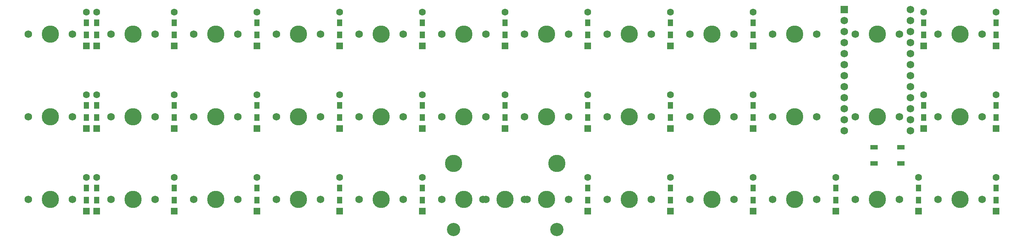
<source format=gbr>
%TF.GenerationSoftware,KiCad,Pcbnew,(5.1.9)-1*%
%TF.CreationDate,2021-06-01T11:31:06-07:00*%
%TF.ProjectId,ogurec,6f677572-6563-42e6-9b69-6361645f7063,rev?*%
%TF.SameCoordinates,Original*%
%TF.FileFunction,Soldermask,Top*%
%TF.FilePolarity,Negative*%
%FSLAX46Y46*%
G04 Gerber Fmt 4.6, Leading zero omitted, Abs format (unit mm)*
G04 Created by KiCad (PCBNEW (5.1.9)-1) date 2021-06-01 11:31:06*
%MOMM*%
%LPD*%
G01*
G04 APERTURE LIST*
%ADD10R,1.800000X1.100000*%
%ADD11C,3.987800*%
%ADD12C,1.750000*%
%ADD13C,3.048000*%
%ADD14R,1.600000X1.600000*%
%ADD15C,1.600000*%
%ADD16R,1.200000X1.600000*%
%ADD17C,1.752600*%
%ADD18R,1.752600X1.752600*%
G04 APERTURE END LIST*
D10*
%TO.C,RESET1a1*%
X239787704Y-76136003D03*
X245987704Y-76136003D03*
X239787704Y-79836003D03*
X245987704Y-79836003D03*
%TD*%
D11*
%TO.C,MX30a1*%
X154781380Y-88106324D03*
D12*
X159861380Y-88106324D03*
X149701380Y-88106324D03*
D13*
X166687630Y-95091324D03*
X142875130Y-95091324D03*
D11*
X166687630Y-79851324D03*
X142875130Y-79851324D03*
%TD*%
%TO.C,MX36*%
X259556468Y-88106324D03*
D12*
X254476468Y-88106324D03*
X264636468Y-88106324D03*
%TD*%
D11*
%TO.C,MX35*%
X240506452Y-88106324D03*
D12*
X235426452Y-88106324D03*
X245586452Y-88106324D03*
%TD*%
D11*
%TO.C,MX34*%
X221456436Y-88106324D03*
D12*
X216376436Y-88106324D03*
X226536436Y-88106324D03*
%TD*%
D11*
%TO.C,MX33*%
X202406420Y-88106324D03*
D12*
X197326420Y-88106324D03*
X207486420Y-88106324D03*
%TD*%
D11*
%TO.C,MX32*%
X183356404Y-88106324D03*
D12*
X178276404Y-88106324D03*
X188436404Y-88106324D03*
%TD*%
D11*
%TO.C,MX31*%
X164306388Y-88106324D03*
D12*
X159226388Y-88106324D03*
X169386388Y-88106324D03*
%TD*%
D11*
%TO.C,MX30*%
X145256372Y-88106324D03*
D12*
X140176372Y-88106324D03*
X150336372Y-88106324D03*
%TD*%
D11*
%TO.C,MX29*%
X126206356Y-88106324D03*
D12*
X121126356Y-88106324D03*
X131286356Y-88106324D03*
%TD*%
D11*
%TO.C,MX28*%
X107156340Y-88106324D03*
D12*
X102076340Y-88106324D03*
X112236340Y-88106324D03*
%TD*%
D11*
%TO.C,MX27*%
X88106324Y-88106324D03*
D12*
X83026324Y-88106324D03*
X93186324Y-88106324D03*
%TD*%
D11*
%TO.C,MX26*%
X69056308Y-88106324D03*
D12*
X63976308Y-88106324D03*
X74136308Y-88106324D03*
%TD*%
D11*
%TO.C,MX25*%
X50006292Y-88106324D03*
D12*
X44926292Y-88106324D03*
X55086292Y-88106324D03*
%TD*%
D11*
%TO.C,MX24*%
X259556468Y-69056308D03*
D12*
X254476468Y-69056308D03*
X264636468Y-69056308D03*
%TD*%
D11*
%TO.C,MX23*%
X240506452Y-69056308D03*
D12*
X235426452Y-69056308D03*
X245586452Y-69056308D03*
%TD*%
D11*
%TO.C,MX22*%
X221456436Y-69056308D03*
D12*
X216376436Y-69056308D03*
X226536436Y-69056308D03*
%TD*%
D11*
%TO.C,MX21*%
X202406420Y-69056308D03*
D12*
X197326420Y-69056308D03*
X207486420Y-69056308D03*
%TD*%
D11*
%TO.C,MX20*%
X183356404Y-69056308D03*
D12*
X178276404Y-69056308D03*
X188436404Y-69056308D03*
%TD*%
D11*
%TO.C,MX19*%
X164306388Y-69056308D03*
D12*
X159226388Y-69056308D03*
X169386388Y-69056308D03*
%TD*%
D11*
%TO.C,MX18*%
X145256372Y-69056308D03*
D12*
X140176372Y-69056308D03*
X150336372Y-69056308D03*
%TD*%
D11*
%TO.C,MX17*%
X126206356Y-69056308D03*
D12*
X121126356Y-69056308D03*
X131286356Y-69056308D03*
%TD*%
D11*
%TO.C,MX16*%
X107156340Y-69056308D03*
D12*
X102076340Y-69056308D03*
X112236340Y-69056308D03*
%TD*%
D11*
%TO.C,MX15*%
X88106324Y-69056308D03*
D12*
X83026324Y-69056308D03*
X93186324Y-69056308D03*
%TD*%
D11*
%TO.C,MX14*%
X69056308Y-69056308D03*
D12*
X63976308Y-69056308D03*
X74136308Y-69056308D03*
%TD*%
D11*
%TO.C,MX13*%
X50006292Y-69056308D03*
D12*
X44926292Y-69056308D03*
X55086292Y-69056308D03*
%TD*%
D11*
%TO.C,MX12*%
X259556468Y-50006292D03*
D12*
X254476468Y-50006292D03*
X264636468Y-50006292D03*
%TD*%
D11*
%TO.C,MX11*%
X240506452Y-50006292D03*
D12*
X235426452Y-50006292D03*
X245586452Y-50006292D03*
%TD*%
D11*
%TO.C,MX10*%
X221456436Y-50006292D03*
D12*
X216376436Y-50006292D03*
X226536436Y-50006292D03*
%TD*%
D11*
%TO.C,MX9*%
X202406420Y-50006292D03*
D12*
X197326420Y-50006292D03*
X207486420Y-50006292D03*
%TD*%
D11*
%TO.C,MX8*%
X183356404Y-50006292D03*
D12*
X178276404Y-50006292D03*
X188436404Y-50006292D03*
%TD*%
D11*
%TO.C,MX7*%
X164306388Y-50006292D03*
D12*
X159226388Y-50006292D03*
X169386388Y-50006292D03*
%TD*%
D11*
%TO.C,MX6*%
X145256372Y-50006292D03*
D12*
X140176372Y-50006292D03*
X150336372Y-50006292D03*
%TD*%
D11*
%TO.C,MX5*%
X126206356Y-50006292D03*
D12*
X121126356Y-50006292D03*
X131286356Y-50006292D03*
%TD*%
D11*
%TO.C,MX4*%
X107156340Y-50006292D03*
D12*
X102076340Y-50006292D03*
X112236340Y-50006292D03*
%TD*%
D11*
%TO.C,MX3*%
X88106324Y-50006292D03*
D12*
X83026324Y-50006292D03*
X93186324Y-50006292D03*
%TD*%
D11*
%TO.C,MX2*%
X69056308Y-50006292D03*
D12*
X63976308Y-50006292D03*
X74136308Y-50006292D03*
%TD*%
D11*
%TO.C,MX1*%
X50006292Y-50006292D03*
D12*
X44926292Y-50006292D03*
X55086292Y-50006292D03*
%TD*%
D14*
%TO.C,D36*%
X267890850Y-90815698D03*
D15*
X267890850Y-83015698D03*
D16*
X267890850Y-85515698D03*
X267890850Y-88315698D03*
%TD*%
D14*
%TO.C,D35*%
X250031460Y-90815698D03*
D15*
X250031460Y-83015698D03*
D16*
X250031460Y-85515698D03*
X250031460Y-88315698D03*
%TD*%
D14*
%TO.C,D34*%
X230981444Y-90815698D03*
D15*
X230981444Y-83015698D03*
D16*
X230981444Y-85515698D03*
X230981444Y-88315698D03*
%TD*%
D14*
%TO.C,D33*%
X211931428Y-90815698D03*
D15*
X211931428Y-83015698D03*
D16*
X211931428Y-85515698D03*
X211931428Y-88315698D03*
%TD*%
D14*
%TO.C,D32*%
X192881412Y-90815698D03*
D15*
X192881412Y-83015698D03*
D16*
X192881412Y-85515698D03*
X192881412Y-88315698D03*
%TD*%
D14*
%TO.C,D31*%
X173831396Y-90815698D03*
D15*
X173831396Y-83015698D03*
D16*
X173831396Y-85515698D03*
X173831396Y-88315698D03*
%TD*%
D14*
%TO.C,D30*%
X135731364Y-90815698D03*
D15*
X135731364Y-83015698D03*
D16*
X135731364Y-85515698D03*
X135731364Y-88315698D03*
%TD*%
D14*
%TO.C,D29*%
X116681348Y-90815698D03*
D15*
X116681348Y-83015698D03*
D16*
X116681348Y-85515698D03*
X116681348Y-88315698D03*
%TD*%
D14*
%TO.C,D28*%
X97631332Y-90815698D03*
D15*
X97631332Y-83015698D03*
D16*
X97631332Y-85515698D03*
X97631332Y-88315698D03*
%TD*%
D14*
%TO.C,D27*%
X78581316Y-90815698D03*
D15*
X78581316Y-83015698D03*
D16*
X78581316Y-85515698D03*
X78581316Y-88315698D03*
%TD*%
D14*
%TO.C,D26*%
X60721926Y-90815698D03*
D15*
X60721926Y-83015698D03*
D16*
X60721926Y-85515698D03*
X60721926Y-88315698D03*
%TD*%
D14*
%TO.C,D25*%
X58340674Y-90815698D03*
D15*
X58340674Y-83015698D03*
D16*
X58340674Y-85515698D03*
X58340674Y-88315698D03*
%TD*%
D14*
%TO.C,D24*%
X267890850Y-71765682D03*
D15*
X267890850Y-63965682D03*
D16*
X267890850Y-66465682D03*
X267890850Y-69265682D03*
%TD*%
D14*
%TO.C,D23*%
X251222086Y-71765682D03*
D15*
X251222086Y-63965682D03*
D16*
X251222086Y-66465682D03*
X251222086Y-69265682D03*
%TD*%
D14*
%TO.C,D22*%
X211931428Y-71765682D03*
D15*
X211931428Y-63965682D03*
D16*
X211931428Y-66465682D03*
X211931428Y-69265682D03*
%TD*%
D14*
%TO.C,D21*%
X192881412Y-71765682D03*
D15*
X192881412Y-63965682D03*
D16*
X192881412Y-66465682D03*
X192881412Y-69265682D03*
%TD*%
D14*
%TO.C,D20*%
X173831396Y-71765682D03*
D15*
X173831396Y-63965682D03*
D16*
X173831396Y-66465682D03*
X173831396Y-69265682D03*
%TD*%
D14*
%TO.C,D19*%
X154781380Y-71765682D03*
D15*
X154781380Y-63965682D03*
D16*
X154781380Y-66465682D03*
X154781380Y-69265682D03*
%TD*%
D14*
%TO.C,D18*%
X135731364Y-71765682D03*
D15*
X135731364Y-63965682D03*
D16*
X135731364Y-66465682D03*
X135731364Y-69265682D03*
%TD*%
D14*
%TO.C,D17*%
X116681348Y-71765682D03*
D15*
X116681348Y-63965682D03*
D16*
X116681348Y-66465682D03*
X116681348Y-69265682D03*
%TD*%
D14*
%TO.C,D16*%
X97631332Y-71765682D03*
D15*
X97631332Y-63965682D03*
D16*
X97631332Y-66465682D03*
X97631332Y-69265682D03*
%TD*%
D14*
%TO.C,D15*%
X78581316Y-71765682D03*
D15*
X78581316Y-63965682D03*
D16*
X78581316Y-66465682D03*
X78581316Y-69265682D03*
%TD*%
D14*
%TO.C,D14*%
X60721926Y-71765682D03*
D15*
X60721926Y-63965682D03*
D16*
X60721926Y-66465682D03*
X60721926Y-69265682D03*
%TD*%
D14*
%TO.C,D13*%
X58340674Y-71765682D03*
D15*
X58340674Y-63965682D03*
D16*
X58340674Y-66465682D03*
X58340674Y-69265682D03*
%TD*%
D14*
%TO.C,D12*%
X267890850Y-52715666D03*
D15*
X267890850Y-44915666D03*
D16*
X267890850Y-47415666D03*
X267890850Y-50215666D03*
%TD*%
D14*
%TO.C,D11*%
X251222086Y-52715666D03*
D15*
X251222086Y-44915666D03*
D16*
X251222086Y-47415666D03*
X251222086Y-50215666D03*
%TD*%
D14*
%TO.C,D10*%
X211931428Y-52715666D03*
D15*
X211931428Y-44915666D03*
D16*
X211931428Y-47415666D03*
X211931428Y-50215666D03*
%TD*%
D14*
%TO.C,D9*%
X192881412Y-52715666D03*
D15*
X192881412Y-44915666D03*
D16*
X192881412Y-47415666D03*
X192881412Y-50215666D03*
%TD*%
D14*
%TO.C,D8*%
X173831396Y-52715666D03*
D15*
X173831396Y-44915666D03*
D16*
X173831396Y-47415666D03*
X173831396Y-50215666D03*
%TD*%
D14*
%TO.C,D7*%
X154781380Y-52715666D03*
D15*
X154781380Y-44915666D03*
D16*
X154781380Y-47415666D03*
X154781380Y-50215666D03*
%TD*%
D14*
%TO.C,D6*%
X135731364Y-52715666D03*
D15*
X135731364Y-44915666D03*
D16*
X135731364Y-47415666D03*
X135731364Y-50215666D03*
%TD*%
D14*
%TO.C,D5*%
X116681348Y-52715666D03*
D15*
X116681348Y-44915666D03*
D16*
X116681348Y-47415666D03*
X116681348Y-50215666D03*
%TD*%
D14*
%TO.C,D4*%
X97631332Y-52715666D03*
D15*
X97631332Y-44915666D03*
D16*
X97631332Y-47415666D03*
X97631332Y-50215666D03*
%TD*%
D14*
%TO.C,D3*%
X78581316Y-52715666D03*
D15*
X78581316Y-44915666D03*
D16*
X78581316Y-47415666D03*
X78581316Y-50215666D03*
%TD*%
D14*
%TO.C,D2*%
X60721926Y-52715666D03*
D15*
X60721926Y-44915666D03*
D16*
X60721926Y-47415666D03*
X60721926Y-50215666D03*
%TD*%
D14*
%TO.C,D1*%
X58340674Y-52715666D03*
D15*
X58340674Y-44915666D03*
D16*
X58340674Y-47415666D03*
X58340674Y-50215666D03*
%TD*%
D17*
%TO.C,PM1*%
X248126452Y-44370674D03*
X232886452Y-72310674D03*
X248126452Y-46910674D03*
X248126452Y-49450674D03*
X248126452Y-51990674D03*
X248126452Y-54530674D03*
X248126452Y-57070674D03*
X248126452Y-59610674D03*
X248126452Y-62150674D03*
X248126452Y-64690674D03*
X248126452Y-67230674D03*
X248126452Y-69770674D03*
X248126452Y-72310674D03*
X232886452Y-69770674D03*
X232886452Y-67230674D03*
X232886452Y-64690674D03*
X232886452Y-62150674D03*
X232886452Y-59610674D03*
X232886452Y-57070674D03*
X232886452Y-54530674D03*
X232886452Y-51990674D03*
X232886452Y-49450674D03*
X232886452Y-46910674D03*
D18*
X232886452Y-44370674D03*
%TD*%
M02*

</source>
